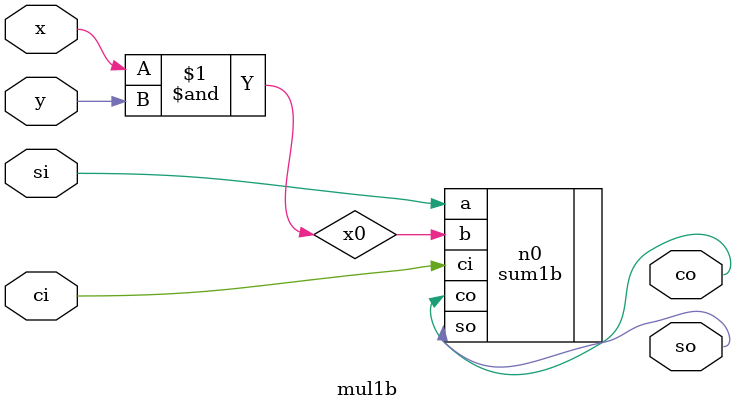
<source format=v>

module mul1b (si,x,y,ci,so,co);
	//Puertos
	//sentido  tipo   tamaño   nombre 
	input 			   si,x,y,ci;
	output			   so,co;
	//Alambres
	//tipo       tamaño  nombre
	wire			  			x0;
	
	//Registros

//Asignaciones///
	//señales
	assign x0=x&y;
	
	//Componente
	//nombre   etiqueta (puertos)
	sum1b      n0       (.a(si),.b(x0),.ci(ci),.so(so),.co(co));
	
	
	//Secuenciales
endmodule 


</source>
